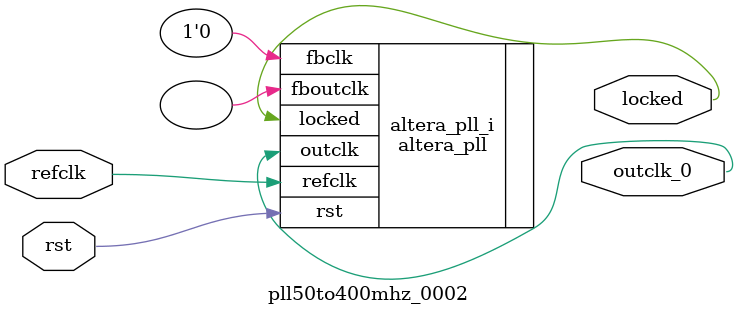
<source format=v>
`timescale 1ns/10ps
module  pll50to400mhz_0002(

	// interface 'refclk'
	input wire refclk,

	// interface 'reset'
	input wire rst,

	// interface 'outclk0'
	output wire outclk_0,

	// interface 'locked'
	output wire locked
);

	altera_pll #(
		.fractional_vco_multiplier("false"),
		.reference_clock_frequency("50.0 MHz"),
		.operation_mode("direct"),
		.number_of_clocks(1),
		.output_clock_frequency0("400.000000 MHz"),
		.phase_shift0("0 ps"),
		.duty_cycle0(50),
		.output_clock_frequency1("0 MHz"),
		.phase_shift1("0 ps"),
		.duty_cycle1(50),
		.output_clock_frequency2("0 MHz"),
		.phase_shift2("0 ps"),
		.duty_cycle2(50),
		.output_clock_frequency3("0 MHz"),
		.phase_shift3("0 ps"),
		.duty_cycle3(50),
		.output_clock_frequency4("0 MHz"),
		.phase_shift4("0 ps"),
		.duty_cycle4(50),
		.output_clock_frequency5("0 MHz"),
		.phase_shift5("0 ps"),
		.duty_cycle5(50),
		.output_clock_frequency6("0 MHz"),
		.phase_shift6("0 ps"),
		.duty_cycle6(50),
		.output_clock_frequency7("0 MHz"),
		.phase_shift7("0 ps"),
		.duty_cycle7(50),
		.output_clock_frequency8("0 MHz"),
		.phase_shift8("0 ps"),
		.duty_cycle8(50),
		.output_clock_frequency9("0 MHz"),
		.phase_shift9("0 ps"),
		.duty_cycle9(50),
		.output_clock_frequency10("0 MHz"),
		.phase_shift10("0 ps"),
		.duty_cycle10(50),
		.output_clock_frequency11("0 MHz"),
		.phase_shift11("0 ps"),
		.duty_cycle11(50),
		.output_clock_frequency12("0 MHz"),
		.phase_shift12("0 ps"),
		.duty_cycle12(50),
		.output_clock_frequency13("0 MHz"),
		.phase_shift13("0 ps"),
		.duty_cycle13(50),
		.output_clock_frequency14("0 MHz"),
		.phase_shift14("0 ps"),
		.duty_cycle14(50),
		.output_clock_frequency15("0 MHz"),
		.phase_shift15("0 ps"),
		.duty_cycle15(50),
		.output_clock_frequency16("0 MHz"),
		.phase_shift16("0 ps"),
		.duty_cycle16(50),
		.output_clock_frequency17("0 MHz"),
		.phase_shift17("0 ps"),
		.duty_cycle17(50),
		.pll_type("General"),
		.pll_subtype("General")
	) altera_pll_i (
		.rst	(rst),
		.outclk	({outclk_0}),
		.locked	(locked),
		.fboutclk	( ),
		.fbclk	(1'b0),
		.refclk	(refclk)
	);
endmodule


</source>
